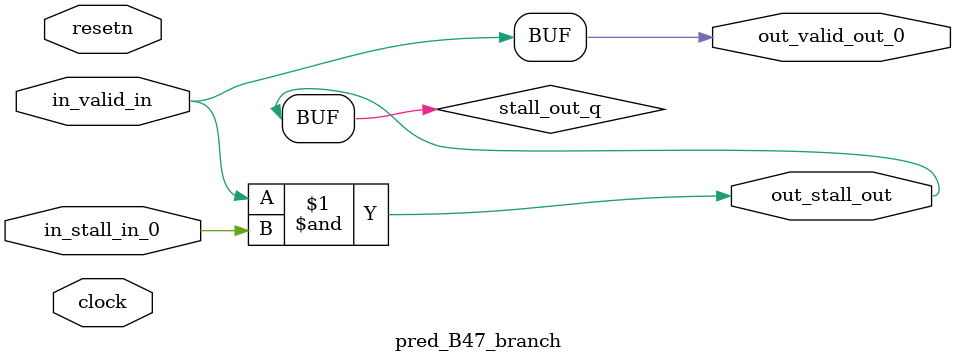
<source format=sv>



(* altera_attribute = "-name AUTO_SHIFT_REGISTER_RECOGNITION OFF; -name MESSAGE_DISABLE 10036; -name MESSAGE_DISABLE 10037; -name MESSAGE_DISABLE 14130; -name MESSAGE_DISABLE 14320; -name MESSAGE_DISABLE 15400; -name MESSAGE_DISABLE 14130; -name MESSAGE_DISABLE 10036; -name MESSAGE_DISABLE 12020; -name MESSAGE_DISABLE 12030; -name MESSAGE_DISABLE 12010; -name MESSAGE_DISABLE 12110; -name MESSAGE_DISABLE 14320; -name MESSAGE_DISABLE 13410; -name MESSAGE_DISABLE 113007; -name MESSAGE_DISABLE 10958" *)
module pred_B47_branch (
    input wire [0:0] in_stall_in_0,
    input wire [0:0] in_valid_in,
    output wire [0:0] out_stall_out,
    output wire [0:0] out_valid_out_0,
    input wire clock,
    input wire resetn
    );

    wire [0:0] stall_out_q;


    // stall_out(LOGICAL,6)
    assign stall_out_q = in_valid_in & in_stall_in_0;

    // out_stall_out(GPOUT,4)
    assign out_stall_out = stall_out_q;

    // out_valid_out_0(GPOUT,5)
    assign out_valid_out_0 = in_valid_in;

endmodule

</source>
